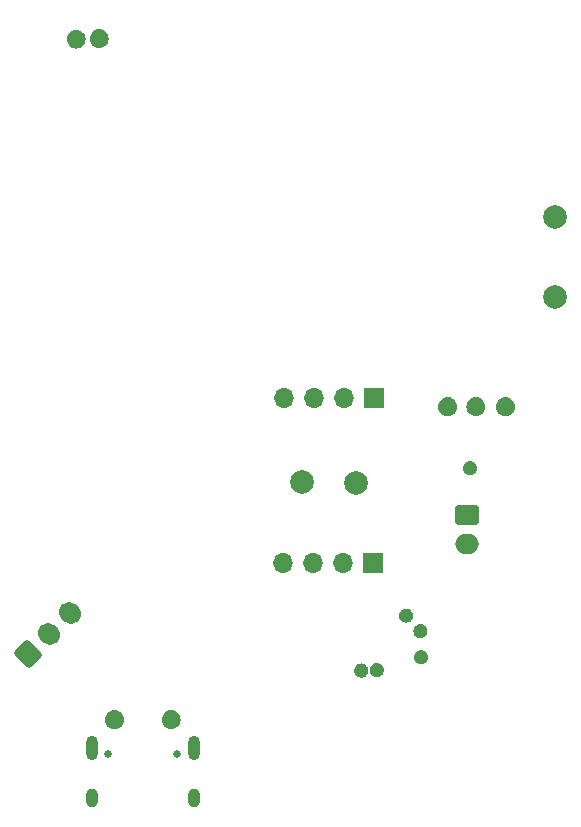
<source format=gbs>
G04 #@! TF.GenerationSoftware,KiCad,Pcbnew,8.0.5*
G04 #@! TF.CreationDate,2025-03-07T10:13:00-08:00*
G04 #@! TF.ProjectId,Telemetry PCB V2,54656c65-6d65-4747-9279-205043422056,rev?*
G04 #@! TF.SameCoordinates,Original*
G04 #@! TF.FileFunction,Soldermask,Bot*
G04 #@! TF.FilePolarity,Negative*
%FSLAX46Y46*%
G04 Gerber Fmt 4.6, Leading zero omitted, Abs format (unit mm)*
G04 Created by KiCad (PCBNEW 8.0.5) date 2025-03-07 10:13:00*
%MOMM*%
%LPD*%
G01*
G04 APERTURE LIST*
G04 Aperture macros list*
%AMRoundRect*
0 Rectangle with rounded corners*
0 $1 Rounding radius*
0 $2 $3 $4 $5 $6 $7 $8 $9 X,Y pos of 4 corners*
0 Add a 4 corners polygon primitive as box body*
4,1,4,$2,$3,$4,$5,$6,$7,$8,$9,$2,$3,0*
0 Add four circle primitives for the rounded corners*
1,1,$1+$1,$2,$3*
1,1,$1+$1,$4,$5*
1,1,$1+$1,$6,$7*
1,1,$1+$1,$8,$9*
0 Add four rect primitives between the rounded corners*
20,1,$1+$1,$2,$3,$4,$5,0*
20,1,$1+$1,$4,$5,$6,$7,0*
20,1,$1+$1,$6,$7,$8,$9,0*
20,1,$1+$1,$8,$9,$2,$3,0*%
%AMHorizOval*
0 Thick line with rounded ends*
0 $1 width*
0 $2 $3 position (X,Y) of the first rounded end (center of the circle)*
0 $4 $5 position (X,Y) of the second rounded end (center of the circle)*
0 Add line between two ends*
20,1,$1,$2,$3,$4,$5,0*
0 Add two circle primitives to create the rounded ends*
1,1,$1,$2,$3*
1,1,$1,$4,$5*%
G04 Aperture macros list end*
%ADD10C,0.650000*%
%ADD11O,1.000000X2.100000*%
%ADD12O,1.000000X1.600000*%
%ADD13C,2.000000*%
%ADD14R,1.700000X1.700000*%
%ADD15O,1.700000X1.700000*%
%ADD16RoundRect,0.250000X0.088388X-0.936916X0.936916X-0.088388X-0.088388X0.936916X-0.936916X0.088388X0*%
%ADD17HorizOval,1.700000X-0.088388X0.088388X0.088388X-0.088388X0*%
%ADD18RoundRect,0.250000X-0.750000X0.600000X-0.750000X-0.600000X0.750000X-0.600000X0.750000X0.600000X0*%
%ADD19O,2.000000X1.700000*%
G04 APERTURE END LIST*
D10*
X147785000Y-112150000D03*
X153565000Y-112150000D03*
D11*
X146355000Y-111650000D03*
D12*
X146355000Y-115830000D03*
D11*
X154995000Y-111650000D03*
D12*
X154995000Y-115830000D03*
D13*
X168770000Y-89190000D03*
D14*
X170256396Y-82010000D03*
D15*
X167716396Y-82010000D03*
X165176396Y-82010000D03*
X162636396Y-82010000D03*
D14*
X170220000Y-95970000D03*
D15*
X167680000Y-95970000D03*
X165140001Y-95970000D03*
X162600000Y-95970000D03*
D16*
X140964466Y-103685534D03*
D17*
X142732233Y-101917767D03*
X144500000Y-100150000D03*
D13*
X164170000Y-89120000D03*
X185580000Y-73410000D03*
X185630000Y-66660000D03*
D18*
X178178899Y-91879602D03*
D19*
X178178899Y-94379602D03*
G36*
X181564130Y-81918493D02*
G01*
X181591201Y-81924671D01*
X181733921Y-81974611D01*
X181758938Y-81986659D01*
X181886963Y-82067102D01*
X181908672Y-82084415D01*
X182015584Y-82191327D01*
X182032897Y-82213036D01*
X182113340Y-82341061D01*
X182125388Y-82366078D01*
X182175328Y-82508798D01*
X182181506Y-82535869D01*
X182198435Y-82686116D01*
X182198435Y-82713884D01*
X182181506Y-82864130D01*
X182175328Y-82891201D01*
X182125388Y-83033921D01*
X182113340Y-83058938D01*
X182032897Y-83186963D01*
X182015584Y-83208672D01*
X181908672Y-83315584D01*
X181886963Y-83332897D01*
X181758938Y-83413340D01*
X181733921Y-83425388D01*
X181591201Y-83475328D01*
X181564130Y-83481506D01*
X181413884Y-83498435D01*
X181386116Y-83498435D01*
X181235869Y-83481506D01*
X181208798Y-83475328D01*
X181066078Y-83425388D01*
X181041061Y-83413340D01*
X180913036Y-83332897D01*
X180891327Y-83315584D01*
X180784415Y-83208672D01*
X180767102Y-83186963D01*
X180686659Y-83058938D01*
X180674611Y-83033921D01*
X180624671Y-82891201D01*
X180618493Y-82864130D01*
X180601564Y-82713884D01*
X180601564Y-82686116D01*
X180618493Y-82535869D01*
X180624671Y-82508798D01*
X180674611Y-82366078D01*
X180686659Y-82341061D01*
X180767102Y-82213036D01*
X180784415Y-82191327D01*
X180891327Y-82084415D01*
X180913036Y-82067102D01*
X181041061Y-81986659D01*
X181066078Y-81974611D01*
X181208798Y-81924671D01*
X181235869Y-81918493D01*
X181386116Y-81901564D01*
X181413884Y-81901564D01*
X181564130Y-81918493D01*
G37*
G36*
X173139107Y-99818314D02*
G01*
X173170374Y-99826692D01*
X173284917Y-99874137D01*
X173312950Y-99890322D01*
X173411312Y-99965797D01*
X173434202Y-99988687D01*
X173509677Y-100087049D01*
X173525862Y-100115082D01*
X173573307Y-100229625D01*
X173581685Y-100260892D01*
X173597869Y-100383814D01*
X173597869Y-100416186D01*
X173581685Y-100539107D01*
X173573307Y-100570374D01*
X173525862Y-100684917D01*
X173509677Y-100712950D01*
X173434202Y-100811312D01*
X173411312Y-100834202D01*
X173312950Y-100909677D01*
X173284917Y-100925862D01*
X173170374Y-100973307D01*
X173139107Y-100981685D01*
X173016186Y-100997869D01*
X172983814Y-100997869D01*
X172860892Y-100981685D01*
X172829625Y-100973307D01*
X172715082Y-100925862D01*
X172687049Y-100909677D01*
X172588687Y-100834202D01*
X172565797Y-100811312D01*
X172490322Y-100712950D01*
X172474137Y-100684917D01*
X172426692Y-100570374D01*
X172418314Y-100539107D01*
X172402130Y-100416186D01*
X172402130Y-100383814D01*
X172418314Y-100260892D01*
X172426692Y-100229625D01*
X172474137Y-100115082D01*
X172490322Y-100087049D01*
X172565797Y-99988687D01*
X172588687Y-99965797D01*
X172687049Y-99890322D01*
X172715082Y-99874137D01*
X172829625Y-99826692D01*
X172860892Y-99818314D01*
X172983814Y-99802130D01*
X173016186Y-99802130D01*
X173139107Y-99818314D01*
G37*
G36*
X174339107Y-101118314D02*
G01*
X174370374Y-101126692D01*
X174484917Y-101174137D01*
X174512950Y-101190322D01*
X174611312Y-101265797D01*
X174634202Y-101288687D01*
X174709677Y-101387049D01*
X174725862Y-101415082D01*
X174773307Y-101529625D01*
X174781685Y-101560892D01*
X174797869Y-101683814D01*
X174797869Y-101716186D01*
X174781685Y-101839107D01*
X174773307Y-101870374D01*
X174725862Y-101984917D01*
X174709677Y-102012950D01*
X174634202Y-102111312D01*
X174611312Y-102134202D01*
X174512950Y-102209677D01*
X174484917Y-102225862D01*
X174370374Y-102273307D01*
X174339107Y-102281685D01*
X174216186Y-102297869D01*
X174183814Y-102297869D01*
X174060892Y-102281685D01*
X174029625Y-102273307D01*
X173915082Y-102225862D01*
X173887049Y-102209677D01*
X173788687Y-102134202D01*
X173765797Y-102111312D01*
X173690322Y-102012950D01*
X173674137Y-101984917D01*
X173626692Y-101870374D01*
X173618314Y-101839107D01*
X173602130Y-101716186D01*
X173602130Y-101683814D01*
X173618314Y-101560892D01*
X173626692Y-101529625D01*
X173674137Y-101415082D01*
X173690322Y-101387049D01*
X173765797Y-101288687D01*
X173788687Y-101265797D01*
X173887049Y-101190322D01*
X173915082Y-101174137D01*
X174029625Y-101126692D01*
X174060892Y-101118314D01*
X174183814Y-101102130D01*
X174216186Y-101102130D01*
X174339107Y-101118314D01*
G37*
G36*
X178539107Y-87318314D02*
G01*
X178570374Y-87326692D01*
X178684917Y-87374137D01*
X178712950Y-87390322D01*
X178811312Y-87465797D01*
X178834202Y-87488687D01*
X178909677Y-87587049D01*
X178925862Y-87615082D01*
X178973307Y-87729625D01*
X178981685Y-87760892D01*
X178997869Y-87883814D01*
X178997869Y-87916186D01*
X178981685Y-88039107D01*
X178973307Y-88070374D01*
X178925862Y-88184917D01*
X178909677Y-88212950D01*
X178834202Y-88311312D01*
X178811312Y-88334202D01*
X178712950Y-88409677D01*
X178684917Y-88425862D01*
X178570374Y-88473307D01*
X178539107Y-88481685D01*
X178416186Y-88497869D01*
X178383814Y-88497869D01*
X178260892Y-88481685D01*
X178229625Y-88473307D01*
X178115082Y-88425862D01*
X178087049Y-88409677D01*
X177988687Y-88334202D01*
X177965797Y-88311312D01*
X177890322Y-88212950D01*
X177874137Y-88184917D01*
X177826692Y-88070374D01*
X177818314Y-88039107D01*
X177802130Y-87916186D01*
X177802130Y-87883814D01*
X177818314Y-87760892D01*
X177826692Y-87729625D01*
X177874137Y-87615082D01*
X177890322Y-87587049D01*
X177965797Y-87488687D01*
X177988687Y-87465797D01*
X178087049Y-87390322D01*
X178115082Y-87374137D01*
X178229625Y-87326692D01*
X178260892Y-87318314D01*
X178383814Y-87302130D01*
X178416186Y-87302130D01*
X178539107Y-87318314D01*
G37*
G36*
X148464130Y-108418493D02*
G01*
X148491201Y-108424671D01*
X148633921Y-108474611D01*
X148658938Y-108486659D01*
X148786963Y-108567102D01*
X148808672Y-108584415D01*
X148915584Y-108691327D01*
X148932897Y-108713036D01*
X149013340Y-108841061D01*
X149025388Y-108866078D01*
X149075328Y-109008798D01*
X149081506Y-109035869D01*
X149098435Y-109186116D01*
X149098435Y-109213884D01*
X149081506Y-109364130D01*
X149075328Y-109391201D01*
X149025388Y-109533921D01*
X149013340Y-109558938D01*
X148932897Y-109686963D01*
X148915584Y-109708672D01*
X148808672Y-109815584D01*
X148786963Y-109832897D01*
X148658938Y-109913340D01*
X148633921Y-109925388D01*
X148491201Y-109975328D01*
X148464130Y-109981506D01*
X148313884Y-109998435D01*
X148286116Y-109998435D01*
X148135869Y-109981506D01*
X148108798Y-109975328D01*
X147966078Y-109925388D01*
X147941061Y-109913340D01*
X147813036Y-109832897D01*
X147791327Y-109815584D01*
X147684415Y-109708672D01*
X147667102Y-109686963D01*
X147586659Y-109558938D01*
X147574611Y-109533921D01*
X147524671Y-109391201D01*
X147518493Y-109364130D01*
X147501564Y-109213884D01*
X147501564Y-109186116D01*
X147518493Y-109035869D01*
X147524671Y-109008798D01*
X147574611Y-108866078D01*
X147586659Y-108841061D01*
X147667102Y-108713036D01*
X147684415Y-108691327D01*
X147791327Y-108584415D01*
X147813036Y-108567102D01*
X147941061Y-108486659D01*
X147966078Y-108474611D01*
X148108798Y-108424671D01*
X148135869Y-108418493D01*
X148286116Y-108401564D01*
X148313884Y-108401564D01*
X148464130Y-108418493D01*
G37*
G36*
X170639107Y-104418314D02*
G01*
X170670374Y-104426692D01*
X170784917Y-104474137D01*
X170812950Y-104490322D01*
X170911312Y-104565797D01*
X170934202Y-104588687D01*
X171009677Y-104687049D01*
X171025862Y-104715082D01*
X171073307Y-104829625D01*
X171081685Y-104860892D01*
X171097869Y-104983814D01*
X171097869Y-105016186D01*
X171081685Y-105139107D01*
X171073307Y-105170374D01*
X171025862Y-105284917D01*
X171009677Y-105312950D01*
X170934202Y-105411312D01*
X170911312Y-105434202D01*
X170812950Y-105509677D01*
X170784917Y-105525862D01*
X170670374Y-105573307D01*
X170639107Y-105581685D01*
X170516186Y-105597869D01*
X170483814Y-105597869D01*
X170360892Y-105581685D01*
X170329625Y-105573307D01*
X170215082Y-105525862D01*
X170187049Y-105509677D01*
X170088687Y-105434202D01*
X170065797Y-105411312D01*
X169990322Y-105312950D01*
X169974137Y-105284917D01*
X169926692Y-105170374D01*
X169918314Y-105139107D01*
X169902130Y-105016186D01*
X169902130Y-104983814D01*
X169918314Y-104860892D01*
X169926692Y-104829625D01*
X169974137Y-104715082D01*
X169990322Y-104687049D01*
X170065797Y-104588687D01*
X170088687Y-104565797D01*
X170187049Y-104490322D01*
X170215082Y-104474137D01*
X170329625Y-104426692D01*
X170360892Y-104418314D01*
X170483814Y-104402130D01*
X170516186Y-104402130D01*
X170639107Y-104418314D01*
G37*
G36*
X145214130Y-50818493D02*
G01*
X145241201Y-50824671D01*
X145383921Y-50874611D01*
X145408938Y-50886659D01*
X145536963Y-50967102D01*
X145558672Y-50984415D01*
X145665584Y-51091327D01*
X145682897Y-51113036D01*
X145763340Y-51241061D01*
X145775388Y-51266078D01*
X145825328Y-51408798D01*
X145831506Y-51435869D01*
X145848435Y-51586116D01*
X145848435Y-51613884D01*
X145831506Y-51764130D01*
X145825328Y-51791201D01*
X145775388Y-51933921D01*
X145763340Y-51958938D01*
X145682897Y-52086963D01*
X145665584Y-52108672D01*
X145558672Y-52215584D01*
X145536963Y-52232897D01*
X145408938Y-52313340D01*
X145383921Y-52325388D01*
X145241201Y-52375328D01*
X145214130Y-52381506D01*
X145063884Y-52398435D01*
X145036116Y-52398435D01*
X144885869Y-52381506D01*
X144858798Y-52375328D01*
X144716078Y-52325388D01*
X144691061Y-52313340D01*
X144563036Y-52232897D01*
X144541327Y-52215584D01*
X144434415Y-52108672D01*
X144417102Y-52086963D01*
X144336659Y-51958938D01*
X144324611Y-51933921D01*
X144274671Y-51791201D01*
X144268493Y-51764130D01*
X144251564Y-51613884D01*
X144251564Y-51586116D01*
X144268493Y-51435869D01*
X144274671Y-51408798D01*
X144324611Y-51266078D01*
X144336659Y-51241061D01*
X144417102Y-51113036D01*
X144434415Y-51091327D01*
X144541327Y-50984415D01*
X144563036Y-50967102D01*
X144691061Y-50886659D01*
X144716078Y-50874611D01*
X144858798Y-50824671D01*
X144885869Y-50818493D01*
X145036116Y-50801564D01*
X145063884Y-50801564D01*
X145214130Y-50818493D01*
G37*
G36*
X169339107Y-104468314D02*
G01*
X169370374Y-104476692D01*
X169484917Y-104524137D01*
X169512950Y-104540322D01*
X169611312Y-104615797D01*
X169634202Y-104638687D01*
X169709677Y-104737049D01*
X169725862Y-104765082D01*
X169773307Y-104879625D01*
X169781685Y-104910892D01*
X169797869Y-105033814D01*
X169797869Y-105066186D01*
X169781685Y-105189107D01*
X169773307Y-105220374D01*
X169725862Y-105334917D01*
X169709677Y-105362950D01*
X169634202Y-105461312D01*
X169611312Y-105484202D01*
X169512950Y-105559677D01*
X169484917Y-105575862D01*
X169370374Y-105623307D01*
X169339107Y-105631685D01*
X169216186Y-105647869D01*
X169183814Y-105647869D01*
X169060892Y-105631685D01*
X169029625Y-105623307D01*
X168915082Y-105575862D01*
X168887049Y-105559677D01*
X168788687Y-105484202D01*
X168765797Y-105461312D01*
X168690322Y-105362950D01*
X168674137Y-105334917D01*
X168626692Y-105220374D01*
X168618314Y-105189107D01*
X168602130Y-105066186D01*
X168602130Y-105033814D01*
X168618314Y-104910892D01*
X168626692Y-104879625D01*
X168674137Y-104765082D01*
X168690322Y-104737049D01*
X168765797Y-104638687D01*
X168788687Y-104615797D01*
X168887049Y-104540322D01*
X168915082Y-104524137D01*
X169029625Y-104476692D01*
X169060892Y-104468314D01*
X169183814Y-104452130D01*
X169216186Y-104452130D01*
X169339107Y-104468314D01*
G37*
G36*
X153264130Y-108418493D02*
G01*
X153291201Y-108424671D01*
X153433921Y-108474611D01*
X153458938Y-108486659D01*
X153586963Y-108567102D01*
X153608672Y-108584415D01*
X153715584Y-108691327D01*
X153732897Y-108713036D01*
X153813340Y-108841061D01*
X153825388Y-108866078D01*
X153875328Y-109008798D01*
X153881506Y-109035869D01*
X153898435Y-109186116D01*
X153898435Y-109213884D01*
X153881506Y-109364130D01*
X153875328Y-109391201D01*
X153825388Y-109533921D01*
X153813340Y-109558938D01*
X153732897Y-109686963D01*
X153715584Y-109708672D01*
X153608672Y-109815584D01*
X153586963Y-109832897D01*
X153458938Y-109913340D01*
X153433921Y-109925388D01*
X153291201Y-109975328D01*
X153264130Y-109981506D01*
X153113884Y-109998435D01*
X153086116Y-109998435D01*
X152935869Y-109981506D01*
X152908798Y-109975328D01*
X152766078Y-109925388D01*
X152741061Y-109913340D01*
X152613036Y-109832897D01*
X152591327Y-109815584D01*
X152484415Y-109708672D01*
X152467102Y-109686963D01*
X152386659Y-109558938D01*
X152374611Y-109533921D01*
X152324671Y-109391201D01*
X152318493Y-109364130D01*
X152301564Y-109213884D01*
X152301564Y-109186116D01*
X152318493Y-109035869D01*
X152324671Y-109008798D01*
X152374611Y-108866078D01*
X152386659Y-108841061D01*
X152467102Y-108713036D01*
X152484415Y-108691327D01*
X152591327Y-108584415D01*
X152613036Y-108567102D01*
X152741061Y-108486659D01*
X152766078Y-108474611D01*
X152908798Y-108424671D01*
X152935869Y-108418493D01*
X153086116Y-108401564D01*
X153113884Y-108401564D01*
X153264130Y-108418493D01*
G37*
G36*
X179064130Y-81918493D02*
G01*
X179091201Y-81924671D01*
X179233921Y-81974611D01*
X179258938Y-81986659D01*
X179386963Y-82067102D01*
X179408672Y-82084415D01*
X179515584Y-82191327D01*
X179532897Y-82213036D01*
X179613340Y-82341061D01*
X179625388Y-82366078D01*
X179675328Y-82508798D01*
X179681506Y-82535869D01*
X179698435Y-82686116D01*
X179698435Y-82713884D01*
X179681506Y-82864130D01*
X179675328Y-82891201D01*
X179625388Y-83033921D01*
X179613340Y-83058938D01*
X179532897Y-83186963D01*
X179515584Y-83208672D01*
X179408672Y-83315584D01*
X179386963Y-83332897D01*
X179258938Y-83413340D01*
X179233921Y-83425388D01*
X179091201Y-83475328D01*
X179064130Y-83481506D01*
X178913884Y-83498435D01*
X178886116Y-83498435D01*
X178735869Y-83481506D01*
X178708798Y-83475328D01*
X178566078Y-83425388D01*
X178541061Y-83413340D01*
X178413036Y-83332897D01*
X178391327Y-83315584D01*
X178284415Y-83208672D01*
X178267102Y-83186963D01*
X178186659Y-83058938D01*
X178174611Y-83033921D01*
X178124671Y-82891201D01*
X178118493Y-82864130D01*
X178101564Y-82713884D01*
X178101564Y-82686116D01*
X178118493Y-82535869D01*
X178124671Y-82508798D01*
X178174611Y-82366078D01*
X178186659Y-82341061D01*
X178267102Y-82213036D01*
X178284415Y-82191327D01*
X178391327Y-82084415D01*
X178413036Y-82067102D01*
X178541061Y-81986659D01*
X178566078Y-81974611D01*
X178708798Y-81924671D01*
X178735869Y-81918493D01*
X178886116Y-81901564D01*
X178913884Y-81901564D01*
X179064130Y-81918493D01*
G37*
G36*
X176664130Y-81918493D02*
G01*
X176691201Y-81924671D01*
X176833921Y-81974611D01*
X176858938Y-81986659D01*
X176986963Y-82067102D01*
X177008672Y-82084415D01*
X177115584Y-82191327D01*
X177132897Y-82213036D01*
X177213340Y-82341061D01*
X177225388Y-82366078D01*
X177275328Y-82508798D01*
X177281506Y-82535869D01*
X177298435Y-82686116D01*
X177298435Y-82713884D01*
X177281506Y-82864130D01*
X177275328Y-82891201D01*
X177225388Y-83033921D01*
X177213340Y-83058938D01*
X177132897Y-83186963D01*
X177115584Y-83208672D01*
X177008672Y-83315584D01*
X176986963Y-83332897D01*
X176858938Y-83413340D01*
X176833921Y-83425388D01*
X176691201Y-83475328D01*
X176664130Y-83481506D01*
X176513884Y-83498435D01*
X176486116Y-83498435D01*
X176335869Y-83481506D01*
X176308798Y-83475328D01*
X176166078Y-83425388D01*
X176141061Y-83413340D01*
X176013036Y-83332897D01*
X175991327Y-83315584D01*
X175884415Y-83208672D01*
X175867102Y-83186963D01*
X175786659Y-83058938D01*
X175774611Y-83033921D01*
X175724671Y-82891201D01*
X175718493Y-82864130D01*
X175701564Y-82713884D01*
X175701564Y-82686116D01*
X175718493Y-82535869D01*
X175724671Y-82508798D01*
X175774611Y-82366078D01*
X175786659Y-82341061D01*
X175867102Y-82213036D01*
X175884415Y-82191327D01*
X175991327Y-82084415D01*
X176013036Y-82067102D01*
X176141061Y-81986659D01*
X176166078Y-81974611D01*
X176308798Y-81924671D01*
X176335869Y-81918493D01*
X176486116Y-81901564D01*
X176513884Y-81901564D01*
X176664130Y-81918493D01*
G37*
G36*
X174389107Y-103318314D02*
G01*
X174420374Y-103326692D01*
X174534917Y-103374137D01*
X174562950Y-103390322D01*
X174661312Y-103465797D01*
X174684202Y-103488687D01*
X174759677Y-103587049D01*
X174775862Y-103615082D01*
X174823307Y-103729625D01*
X174831685Y-103760892D01*
X174847869Y-103883814D01*
X174847869Y-103916186D01*
X174831685Y-104039107D01*
X174823307Y-104070374D01*
X174775862Y-104184917D01*
X174759677Y-104212950D01*
X174684202Y-104311312D01*
X174661312Y-104334202D01*
X174562950Y-104409677D01*
X174534917Y-104425862D01*
X174420374Y-104473307D01*
X174389107Y-104481685D01*
X174266186Y-104497869D01*
X174233814Y-104497869D01*
X174110892Y-104481685D01*
X174079625Y-104473307D01*
X173965082Y-104425862D01*
X173937049Y-104409677D01*
X173838687Y-104334202D01*
X173815797Y-104311312D01*
X173740322Y-104212950D01*
X173724137Y-104184917D01*
X173676692Y-104070374D01*
X173668314Y-104039107D01*
X173652130Y-103916186D01*
X173652130Y-103883814D01*
X173668314Y-103760892D01*
X173676692Y-103729625D01*
X173724137Y-103615082D01*
X173740322Y-103587049D01*
X173815797Y-103488687D01*
X173838687Y-103465797D01*
X173937049Y-103390322D01*
X173965082Y-103374137D01*
X174079625Y-103326692D01*
X174110892Y-103318314D01*
X174233814Y-103302130D01*
X174266186Y-103302130D01*
X174389107Y-103318314D01*
G37*
G36*
X147164130Y-50768493D02*
G01*
X147191201Y-50774671D01*
X147333921Y-50824611D01*
X147358938Y-50836659D01*
X147486963Y-50917102D01*
X147508672Y-50934415D01*
X147615584Y-51041327D01*
X147632897Y-51063036D01*
X147713340Y-51191061D01*
X147725388Y-51216078D01*
X147775328Y-51358798D01*
X147781506Y-51385869D01*
X147798435Y-51536116D01*
X147798435Y-51563884D01*
X147781506Y-51714130D01*
X147775328Y-51741201D01*
X147725388Y-51883921D01*
X147713340Y-51908938D01*
X147632897Y-52036963D01*
X147615584Y-52058672D01*
X147508672Y-52165584D01*
X147486963Y-52182897D01*
X147358938Y-52263340D01*
X147333921Y-52275388D01*
X147191201Y-52325328D01*
X147164130Y-52331506D01*
X147013884Y-52348435D01*
X146986116Y-52348435D01*
X146835869Y-52331506D01*
X146808798Y-52325328D01*
X146666078Y-52275388D01*
X146641061Y-52263340D01*
X146513036Y-52182897D01*
X146491327Y-52165584D01*
X146384415Y-52058672D01*
X146367102Y-52036963D01*
X146286659Y-51908938D01*
X146274611Y-51883921D01*
X146224671Y-51741201D01*
X146218493Y-51714130D01*
X146201564Y-51563884D01*
X146201564Y-51536116D01*
X146218493Y-51385869D01*
X146224671Y-51358798D01*
X146274611Y-51216078D01*
X146286659Y-51191061D01*
X146367102Y-51063036D01*
X146384415Y-51041327D01*
X146491327Y-50934415D01*
X146513036Y-50917102D01*
X146641061Y-50836659D01*
X146666078Y-50824611D01*
X146808798Y-50774671D01*
X146835869Y-50768493D01*
X146986116Y-50751564D01*
X147013884Y-50751564D01*
X147164130Y-50768493D01*
G37*
M02*

</source>
